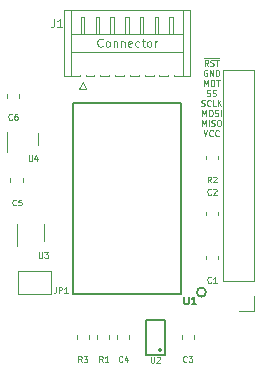
<source format=gto>
G04 #@! TF.GenerationSoftware,KiCad,Pcbnew,(5.1.5)-3*
G04 #@! TF.CreationDate,2021-07-20T23:34:01+09:00*
G04 #@! TF.ProjectId,pmw3360,706d7733-3336-4302-9e6b-696361645f70,rev?*
G04 #@! TF.SameCoordinates,PX5b136e0PY4bcb138*
G04 #@! TF.FileFunction,Legend,Top*
G04 #@! TF.FilePolarity,Positive*
%FSLAX46Y46*%
G04 Gerber Fmt 4.6, Leading zero omitted, Abs format (unit mm)*
G04 Created by KiCad (PCBNEW (5.1.5)-3) date 2021-07-20 23:34:01*
%MOMM*%
%LPD*%
G04 APERTURE LIST*
%ADD10C,0.100000*%
%ADD11C,0.150000*%
%ADD12C,0.200000*%
%ADD13C,0.120000*%
G04 APERTURE END LIST*
D10*
X17540000Y-3740000D02*
X18820000Y-3740000D01*
X17876190Y-4401190D02*
X17709523Y-4163095D01*
X17590476Y-4401190D02*
X17590476Y-3901190D01*
X17780952Y-3901190D01*
X17828571Y-3925000D01*
X17852380Y-3948809D01*
X17876190Y-3996428D01*
X17876190Y-4067857D01*
X17852380Y-4115476D01*
X17828571Y-4139285D01*
X17780952Y-4163095D01*
X17590476Y-4163095D01*
X18066666Y-4377380D02*
X18138095Y-4401190D01*
X18257142Y-4401190D01*
X18304761Y-4377380D01*
X18328571Y-4353571D01*
X18352380Y-4305952D01*
X18352380Y-4258333D01*
X18328571Y-4210714D01*
X18304761Y-4186904D01*
X18257142Y-4163095D01*
X18161904Y-4139285D01*
X18114285Y-4115476D01*
X18090476Y-4091666D01*
X18066666Y-4044047D01*
X18066666Y-3996428D01*
X18090476Y-3948809D01*
X18114285Y-3925000D01*
X18161904Y-3901190D01*
X18280952Y-3901190D01*
X18352380Y-3925000D01*
X18495238Y-3901190D02*
X18780952Y-3901190D01*
X18638095Y-4401190D02*
X18638095Y-3901190D01*
X17769047Y-4775000D02*
X17721428Y-4751190D01*
X17650000Y-4751190D01*
X17578571Y-4775000D01*
X17530952Y-4822619D01*
X17507142Y-4870238D01*
X17483333Y-4965476D01*
X17483333Y-5036904D01*
X17507142Y-5132142D01*
X17530952Y-5179761D01*
X17578571Y-5227380D01*
X17650000Y-5251190D01*
X17697619Y-5251190D01*
X17769047Y-5227380D01*
X17792857Y-5203571D01*
X17792857Y-5036904D01*
X17697619Y-5036904D01*
X18007142Y-5251190D02*
X18007142Y-4751190D01*
X18292857Y-5251190D01*
X18292857Y-4751190D01*
X18530952Y-5251190D02*
X18530952Y-4751190D01*
X18650000Y-4751190D01*
X18721428Y-4775000D01*
X18769047Y-4822619D01*
X18792857Y-4870238D01*
X18816666Y-4965476D01*
X18816666Y-5036904D01*
X18792857Y-5132142D01*
X18769047Y-5179761D01*
X18721428Y-5227380D01*
X18650000Y-5251190D01*
X18530952Y-5251190D01*
X17530952Y-6101190D02*
X17530952Y-5601190D01*
X17697619Y-5958333D01*
X17864285Y-5601190D01*
X17864285Y-6101190D01*
X18197619Y-5601190D02*
X18292857Y-5601190D01*
X18340476Y-5625000D01*
X18388095Y-5672619D01*
X18411904Y-5767857D01*
X18411904Y-5934523D01*
X18388095Y-6029761D01*
X18340476Y-6077380D01*
X18292857Y-6101190D01*
X18197619Y-6101190D01*
X18150000Y-6077380D01*
X18102380Y-6029761D01*
X18078571Y-5934523D01*
X18078571Y-5767857D01*
X18102380Y-5672619D01*
X18150000Y-5625000D01*
X18197619Y-5601190D01*
X18554761Y-5601190D02*
X18840476Y-5601190D01*
X18697619Y-6101190D02*
X18697619Y-5601190D01*
X17769047Y-6927380D02*
X17840476Y-6951190D01*
X17959523Y-6951190D01*
X18007142Y-6927380D01*
X18030952Y-6903571D01*
X18054761Y-6855952D01*
X18054761Y-6808333D01*
X18030952Y-6760714D01*
X18007142Y-6736904D01*
X17959523Y-6713095D01*
X17864285Y-6689285D01*
X17816666Y-6665476D01*
X17792857Y-6641666D01*
X17769047Y-6594047D01*
X17769047Y-6546428D01*
X17792857Y-6498809D01*
X17816666Y-6475000D01*
X17864285Y-6451190D01*
X17983333Y-6451190D01*
X18054761Y-6475000D01*
X18245238Y-6927380D02*
X18316666Y-6951190D01*
X18435714Y-6951190D01*
X18483333Y-6927380D01*
X18507142Y-6903571D01*
X18530952Y-6855952D01*
X18530952Y-6808333D01*
X18507142Y-6760714D01*
X18483333Y-6736904D01*
X18435714Y-6713095D01*
X18340476Y-6689285D01*
X18292857Y-6665476D01*
X18269047Y-6641666D01*
X18245238Y-6594047D01*
X18245238Y-6546428D01*
X18269047Y-6498809D01*
X18292857Y-6475000D01*
X18340476Y-6451190D01*
X18459523Y-6451190D01*
X18530952Y-6475000D01*
X17304761Y-7777380D02*
X17376190Y-7801190D01*
X17495238Y-7801190D01*
X17542857Y-7777380D01*
X17566666Y-7753571D01*
X17590476Y-7705952D01*
X17590476Y-7658333D01*
X17566666Y-7610714D01*
X17542857Y-7586904D01*
X17495238Y-7563095D01*
X17400000Y-7539285D01*
X17352380Y-7515476D01*
X17328571Y-7491666D01*
X17304761Y-7444047D01*
X17304761Y-7396428D01*
X17328571Y-7348809D01*
X17352380Y-7325000D01*
X17400000Y-7301190D01*
X17519047Y-7301190D01*
X17590476Y-7325000D01*
X18090476Y-7753571D02*
X18066666Y-7777380D01*
X17995238Y-7801190D01*
X17947619Y-7801190D01*
X17876190Y-7777380D01*
X17828571Y-7729761D01*
X17804761Y-7682142D01*
X17780952Y-7586904D01*
X17780952Y-7515476D01*
X17804761Y-7420238D01*
X17828571Y-7372619D01*
X17876190Y-7325000D01*
X17947619Y-7301190D01*
X17995238Y-7301190D01*
X18066666Y-7325000D01*
X18090476Y-7348809D01*
X18542857Y-7801190D02*
X18304761Y-7801190D01*
X18304761Y-7301190D01*
X18709523Y-7801190D02*
X18709523Y-7301190D01*
X18995238Y-7801190D02*
X18780952Y-7515476D01*
X18995238Y-7301190D02*
X18709523Y-7586904D01*
X17364285Y-8651190D02*
X17364285Y-8151190D01*
X17530952Y-8508333D01*
X17697619Y-8151190D01*
X17697619Y-8651190D01*
X18030952Y-8151190D02*
X18126190Y-8151190D01*
X18173809Y-8175000D01*
X18221428Y-8222619D01*
X18245238Y-8317857D01*
X18245238Y-8484523D01*
X18221428Y-8579761D01*
X18173809Y-8627380D01*
X18126190Y-8651190D01*
X18030952Y-8651190D01*
X17983333Y-8627380D01*
X17935714Y-8579761D01*
X17911904Y-8484523D01*
X17911904Y-8317857D01*
X17935714Y-8222619D01*
X17983333Y-8175000D01*
X18030952Y-8151190D01*
X18435714Y-8627380D02*
X18507142Y-8651190D01*
X18626190Y-8651190D01*
X18673809Y-8627380D01*
X18697619Y-8603571D01*
X18721428Y-8555952D01*
X18721428Y-8508333D01*
X18697619Y-8460714D01*
X18673809Y-8436904D01*
X18626190Y-8413095D01*
X18530952Y-8389285D01*
X18483333Y-8365476D01*
X18459523Y-8341666D01*
X18435714Y-8294047D01*
X18435714Y-8246428D01*
X18459523Y-8198809D01*
X18483333Y-8175000D01*
X18530952Y-8151190D01*
X18650000Y-8151190D01*
X18721428Y-8175000D01*
X18935714Y-8651190D02*
X18935714Y-8151190D01*
X17364285Y-9501190D02*
X17364285Y-9001190D01*
X17530952Y-9358333D01*
X17697619Y-9001190D01*
X17697619Y-9501190D01*
X17935714Y-9501190D02*
X17935714Y-9001190D01*
X18150000Y-9477380D02*
X18221428Y-9501190D01*
X18340476Y-9501190D01*
X18388095Y-9477380D01*
X18411904Y-9453571D01*
X18435714Y-9405952D01*
X18435714Y-9358333D01*
X18411904Y-9310714D01*
X18388095Y-9286904D01*
X18340476Y-9263095D01*
X18245238Y-9239285D01*
X18197619Y-9215476D01*
X18173809Y-9191666D01*
X18150000Y-9144047D01*
X18150000Y-9096428D01*
X18173809Y-9048809D01*
X18197619Y-9025000D01*
X18245238Y-9001190D01*
X18364285Y-9001190D01*
X18435714Y-9025000D01*
X18745238Y-9001190D02*
X18840476Y-9001190D01*
X18888095Y-9025000D01*
X18935714Y-9072619D01*
X18959523Y-9167857D01*
X18959523Y-9334523D01*
X18935714Y-9429761D01*
X18888095Y-9477380D01*
X18840476Y-9501190D01*
X18745238Y-9501190D01*
X18697619Y-9477380D01*
X18650000Y-9429761D01*
X18626190Y-9334523D01*
X18626190Y-9167857D01*
X18650000Y-9072619D01*
X18697619Y-9025000D01*
X18745238Y-9001190D01*
X17483333Y-9851190D02*
X17650000Y-10351190D01*
X17816666Y-9851190D01*
X18269047Y-10303571D02*
X18245238Y-10327380D01*
X18173809Y-10351190D01*
X18126190Y-10351190D01*
X18054761Y-10327380D01*
X18007142Y-10279761D01*
X17983333Y-10232142D01*
X17959523Y-10136904D01*
X17959523Y-10065476D01*
X17983333Y-9970238D01*
X18007142Y-9922619D01*
X18054761Y-9875000D01*
X18126190Y-9851190D01*
X18173809Y-9851190D01*
X18245238Y-9875000D01*
X18269047Y-9898809D01*
X18769047Y-10303571D02*
X18745238Y-10327380D01*
X18673809Y-10351190D01*
X18626190Y-10351190D01*
X18554761Y-10327380D01*
X18507142Y-10279761D01*
X18483333Y-10232142D01*
X18459523Y-10136904D01*
X18459523Y-10065476D01*
X18483333Y-9970238D01*
X18507142Y-9922619D01*
X18554761Y-9875000D01*
X18626190Y-9851190D01*
X18673809Y-9851190D01*
X18745238Y-9875000D01*
X18769047Y-9898809D01*
D11*
X17688644Y-23569000D02*
G75*
G03X17688644Y-23569000I-381000J0D01*
G01*
D12*
X13900000Y-28450000D02*
G75*
G03X13900000Y-28450000I-100000J0D01*
G01*
D11*
X12600000Y-28850000D02*
X12600000Y-25950000D01*
X12600000Y-25950000D02*
X14200000Y-25950000D01*
X14200000Y-25950000D02*
X14200000Y-28850000D01*
X14200000Y-28850000D02*
X12600000Y-28850000D01*
D13*
X16660001Y-27550279D02*
X16660001Y-27224721D01*
X15640001Y-27550279D02*
X15640001Y-27224721D01*
X18710000Y-12325279D02*
X18710000Y-11999721D01*
X17690000Y-12325279D02*
X17690000Y-11999721D01*
X8440000Y-27224721D02*
X8440000Y-27550279D01*
X9460000Y-27224721D02*
X9460000Y-27550279D01*
X7550000Y-6350000D02*
X7250000Y-5750000D01*
X6950000Y-6350000D02*
X7550000Y-6350000D01*
X7250000Y-5750000D02*
X6950000Y-6350000D01*
X14500000Y-5260000D02*
X14500000Y-5210000D01*
X13750000Y-5260000D02*
X14500000Y-5260000D01*
X13750000Y-5210000D02*
X13750000Y-5260000D01*
X14900000Y-287500D02*
X14900000Y-1750000D01*
X14750000Y-250000D02*
X14900000Y-287500D01*
X14600000Y-287500D02*
X14750000Y-250000D01*
X14600000Y-1750000D02*
X14600000Y-287500D01*
X13250000Y-5260000D02*
X13250000Y-5210000D01*
X12500000Y-5260000D02*
X13250000Y-5260000D01*
X12500000Y-5210000D02*
X12500000Y-5260000D01*
X13650000Y-287500D02*
X13650000Y-1750000D01*
X13500000Y-250000D02*
X13650000Y-287500D01*
X13350000Y-287500D02*
X13500000Y-250000D01*
X13350000Y-1750000D02*
X13350000Y-287500D01*
X12000000Y-5260000D02*
X12000000Y-5210000D01*
X11250000Y-5260000D02*
X12000000Y-5260000D01*
X11250000Y-5210000D02*
X11250000Y-5260000D01*
X12400000Y-287500D02*
X12400000Y-1750000D01*
X12250000Y-250000D02*
X12400000Y-287500D01*
X12100000Y-287500D02*
X12250000Y-250000D01*
X12100000Y-1750000D02*
X12100000Y-287500D01*
X10750000Y-5260000D02*
X10750000Y-5210000D01*
X10000000Y-5260000D02*
X10750000Y-5260000D01*
X10000000Y-5210000D02*
X10000000Y-5260000D01*
X11150000Y-287500D02*
X11150000Y-1750000D01*
X11000000Y-250000D02*
X11150000Y-287500D01*
X10850000Y-287500D02*
X11000000Y-250000D01*
X10850000Y-1750000D02*
X10850000Y-287500D01*
X9500000Y-5260000D02*
X9500000Y-5210000D01*
X8750000Y-5260000D02*
X9500000Y-5260000D01*
X8750000Y-5210000D02*
X8750000Y-5260000D01*
X9900000Y-287500D02*
X9900000Y-1750000D01*
X9750000Y-250000D02*
X9900000Y-287500D01*
X9600000Y-287500D02*
X9750000Y-250000D01*
X9600000Y-1750000D02*
X9600000Y-287500D01*
X8250000Y-5260000D02*
X8250000Y-5210000D01*
X7500000Y-5260000D02*
X8250000Y-5260000D01*
X7500000Y-5210000D02*
X7500000Y-5260000D01*
X8650000Y-287500D02*
X8650000Y-1750000D01*
X8500000Y-250000D02*
X8650000Y-287500D01*
X8350000Y-287500D02*
X8500000Y-250000D01*
X8350000Y-1750000D02*
X8350000Y-287500D01*
X7400000Y-287500D02*
X7400000Y-1750000D01*
X7250000Y-250000D02*
X7400000Y-287500D01*
X7100000Y-287500D02*
X7250000Y-250000D01*
X7100000Y-1750000D02*
X7100000Y-287500D01*
X15760000Y360000D02*
X15760000Y-5260000D01*
X6240000Y360000D02*
X6240000Y-5260000D01*
X6240000Y-3250000D02*
X15760000Y-3250000D01*
X6240000Y-1750000D02*
X15760000Y-1750000D01*
X15000000Y-5260000D02*
X15000000Y-5210000D01*
X16310000Y-5260000D02*
X15000000Y-5260000D01*
X16310000Y360000D02*
X16310000Y-5260000D01*
X5690000Y360000D02*
X16310000Y360000D01*
X5690000Y-5260000D02*
X5690000Y360000D01*
X7000000Y-5260000D02*
X5690000Y-5260000D01*
X7000000Y-5210000D02*
X7000000Y-5260000D01*
X1860000Y-7125279D02*
X1860000Y-6799721D01*
X840000Y-7125279D02*
X840000Y-6799721D01*
X2160000Y-14250279D02*
X2160000Y-13924721D01*
X1140000Y-14250279D02*
X1140000Y-13924721D01*
X7760000Y-27550279D02*
X7760000Y-27224721D01*
X6740000Y-27550279D02*
X6740000Y-27224721D01*
X11210000Y-27550279D02*
X11210000Y-27224721D01*
X10190000Y-27550279D02*
X10190000Y-27224721D01*
X18710000Y-17075279D02*
X18710000Y-16749721D01*
X17690000Y-17075279D02*
X17690000Y-16749721D01*
X17690000Y-20474721D02*
X17690000Y-20800279D01*
X18710000Y-20474721D02*
X18710000Y-20800279D01*
X4010000Y-19200000D02*
X4010000Y-17800000D01*
X1690000Y-17800000D02*
X1690000Y-19700000D01*
D12*
X15550000Y-23750000D02*
X15550000Y-7550000D01*
X6450000Y-23750000D02*
X15550000Y-23750000D01*
X6450000Y-7550000D02*
X6450000Y-23750000D01*
X15550000Y-7550000D02*
X6450000Y-7550000D01*
D10*
X3450000Y-10100000D02*
X3450000Y-11100000D01*
D13*
X850000Y-10000000D02*
X850000Y-11690000D01*
X4550000Y-23750000D02*
X1750000Y-23750000D01*
X1750000Y-23750000D02*
X1750000Y-21750000D01*
X1750000Y-21750000D02*
X4550000Y-21750000D01*
X4550000Y-21750000D02*
X4550000Y-23750000D01*
X21780000Y-25180000D02*
X20450000Y-25180000D01*
X21780000Y-23850000D02*
X21780000Y-25180000D01*
X21780000Y-22580000D02*
X19120000Y-22580000D01*
X19120000Y-22580000D02*
X19120000Y-4740000D01*
X21780000Y-22580000D02*
X21780000Y-4740000D01*
X21780000Y-4740000D02*
X19120000Y-4740000D01*
D10*
X13019047Y-29026190D02*
X13019047Y-29430952D01*
X13042857Y-29478571D01*
X13066666Y-29502380D01*
X13114285Y-29526190D01*
X13209523Y-29526190D01*
X13257142Y-29502380D01*
X13280952Y-29478571D01*
X13304761Y-29430952D01*
X13304761Y-29026190D01*
X13519047Y-29073809D02*
X13542857Y-29050000D01*
X13590476Y-29026190D01*
X13709523Y-29026190D01*
X13757142Y-29050000D01*
X13780952Y-29073809D01*
X13804761Y-29121428D01*
X13804761Y-29169047D01*
X13780952Y-29240476D01*
X13495238Y-29526190D01*
X13804761Y-29526190D01*
X16066666Y-29428571D02*
X16042857Y-29452380D01*
X15971428Y-29476190D01*
X15923809Y-29476190D01*
X15852380Y-29452380D01*
X15804761Y-29404761D01*
X15780952Y-29357142D01*
X15757142Y-29261904D01*
X15757142Y-29190476D01*
X15780952Y-29095238D01*
X15804761Y-29047619D01*
X15852380Y-29000000D01*
X15923809Y-28976190D01*
X15971428Y-28976190D01*
X16042857Y-29000000D01*
X16066666Y-29023809D01*
X16233333Y-28976190D02*
X16542857Y-28976190D01*
X16376190Y-29166666D01*
X16447619Y-29166666D01*
X16495238Y-29190476D01*
X16519047Y-29214285D01*
X16542857Y-29261904D01*
X16542857Y-29380952D01*
X16519047Y-29428571D01*
X16495238Y-29452380D01*
X16447619Y-29476190D01*
X16304761Y-29476190D01*
X16257142Y-29452380D01*
X16233333Y-29428571D01*
X18116666Y-14276190D02*
X17950000Y-14038095D01*
X17830952Y-14276190D02*
X17830952Y-13776190D01*
X18021428Y-13776190D01*
X18069047Y-13800000D01*
X18092857Y-13823809D01*
X18116666Y-13871428D01*
X18116666Y-13942857D01*
X18092857Y-13990476D01*
X18069047Y-14014285D01*
X18021428Y-14038095D01*
X17830952Y-14038095D01*
X18307142Y-13823809D02*
X18330952Y-13800000D01*
X18378571Y-13776190D01*
X18497619Y-13776190D01*
X18545238Y-13800000D01*
X18569047Y-13823809D01*
X18592857Y-13871428D01*
X18592857Y-13919047D01*
X18569047Y-13990476D01*
X18283333Y-14276190D01*
X18592857Y-14276190D01*
X8941666Y-29476190D02*
X8775000Y-29238095D01*
X8655952Y-29476190D02*
X8655952Y-28976190D01*
X8846428Y-28976190D01*
X8894047Y-29000000D01*
X8917857Y-29023809D01*
X8941666Y-29071428D01*
X8941666Y-29142857D01*
X8917857Y-29190476D01*
X8894047Y-29214285D01*
X8846428Y-29238095D01*
X8655952Y-29238095D01*
X9417857Y-29476190D02*
X9132142Y-29476190D01*
X9275000Y-29476190D02*
X9275000Y-28976190D01*
X9227380Y-29047619D01*
X9179761Y-29095238D01*
X9132142Y-29119047D01*
X4816666Y-416666D02*
X4816666Y-916666D01*
X4783333Y-1016666D01*
X4716666Y-1083333D01*
X4616666Y-1116666D01*
X4550000Y-1116666D01*
X5516666Y-1116666D02*
X5116666Y-1116666D01*
X5316666Y-1116666D02*
X5316666Y-416666D01*
X5250000Y-516666D01*
X5183333Y-583333D01*
X5116666Y-616666D01*
X8933333Y-2724355D02*
X8900000Y-2757688D01*
X8800000Y-2791021D01*
X8733333Y-2791021D01*
X8633333Y-2757688D01*
X8566666Y-2691021D01*
X8533333Y-2624355D01*
X8500000Y-2491021D01*
X8500000Y-2391021D01*
X8533333Y-2257688D01*
X8566666Y-2191021D01*
X8633333Y-2124355D01*
X8733333Y-2091021D01*
X8800000Y-2091021D01*
X8900000Y-2124355D01*
X8933333Y-2157688D01*
X9333333Y-2791021D02*
X9266666Y-2757688D01*
X9233333Y-2724355D01*
X9200000Y-2657688D01*
X9200000Y-2457688D01*
X9233333Y-2391021D01*
X9266666Y-2357688D01*
X9333333Y-2324355D01*
X9433333Y-2324355D01*
X9500000Y-2357688D01*
X9533333Y-2391021D01*
X9566666Y-2457688D01*
X9566666Y-2657688D01*
X9533333Y-2724355D01*
X9500000Y-2757688D01*
X9433333Y-2791021D01*
X9333333Y-2791021D01*
X9866666Y-2324355D02*
X9866666Y-2791021D01*
X9866666Y-2391021D02*
X9900000Y-2357688D01*
X9966666Y-2324355D01*
X10066666Y-2324355D01*
X10133333Y-2357688D01*
X10166666Y-2424355D01*
X10166666Y-2791021D01*
X10500000Y-2324355D02*
X10500000Y-2791021D01*
X10500000Y-2391021D02*
X10533333Y-2357688D01*
X10600000Y-2324355D01*
X10700000Y-2324355D01*
X10766666Y-2357688D01*
X10800000Y-2424355D01*
X10800000Y-2791021D01*
X11400000Y-2757688D02*
X11333333Y-2791021D01*
X11200000Y-2791021D01*
X11133333Y-2757688D01*
X11100000Y-2691021D01*
X11100000Y-2424355D01*
X11133333Y-2357688D01*
X11200000Y-2324355D01*
X11333333Y-2324355D01*
X11400000Y-2357688D01*
X11433333Y-2424355D01*
X11433333Y-2491021D01*
X11100000Y-2557688D01*
X12033333Y-2757688D02*
X11966666Y-2791021D01*
X11833333Y-2791021D01*
X11766666Y-2757688D01*
X11733333Y-2724355D01*
X11700000Y-2657688D01*
X11700000Y-2457688D01*
X11733333Y-2391021D01*
X11766666Y-2357688D01*
X11833333Y-2324355D01*
X11966666Y-2324355D01*
X12033333Y-2357688D01*
X12233333Y-2324355D02*
X12500000Y-2324355D01*
X12333333Y-2091021D02*
X12333333Y-2691021D01*
X12366666Y-2757688D01*
X12433333Y-2791021D01*
X12500000Y-2791021D01*
X12833333Y-2791021D02*
X12766666Y-2757688D01*
X12733333Y-2724355D01*
X12700000Y-2657688D01*
X12700000Y-2457688D01*
X12733333Y-2391021D01*
X12766666Y-2357688D01*
X12833333Y-2324355D01*
X12933333Y-2324355D01*
X13000000Y-2357688D01*
X13033333Y-2391021D01*
X13066666Y-2457688D01*
X13066666Y-2657688D01*
X13033333Y-2724355D01*
X13000000Y-2757688D01*
X12933333Y-2791021D01*
X12833333Y-2791021D01*
X13366666Y-2791021D02*
X13366666Y-2324355D01*
X13366666Y-2457688D02*
X13400000Y-2391021D01*
X13433333Y-2357688D01*
X13500000Y-2324355D01*
X13566666Y-2324355D01*
X1266666Y-8928571D02*
X1242857Y-8952380D01*
X1171428Y-8976190D01*
X1123809Y-8976190D01*
X1052380Y-8952380D01*
X1004761Y-8904761D01*
X980952Y-8857142D01*
X957142Y-8761904D01*
X957142Y-8690476D01*
X980952Y-8595238D01*
X1004761Y-8547619D01*
X1052380Y-8500000D01*
X1123809Y-8476190D01*
X1171428Y-8476190D01*
X1242857Y-8500000D01*
X1266666Y-8523809D01*
X1695238Y-8476190D02*
X1600000Y-8476190D01*
X1552380Y-8500000D01*
X1528571Y-8523809D01*
X1480952Y-8595238D01*
X1457142Y-8690476D01*
X1457142Y-8880952D01*
X1480952Y-8928571D01*
X1504761Y-8952380D01*
X1552380Y-8976190D01*
X1647619Y-8976190D01*
X1695238Y-8952380D01*
X1719047Y-8928571D01*
X1742857Y-8880952D01*
X1742857Y-8761904D01*
X1719047Y-8714285D01*
X1695238Y-8690476D01*
X1647619Y-8666666D01*
X1552380Y-8666666D01*
X1504761Y-8690476D01*
X1480952Y-8714285D01*
X1457142Y-8761904D01*
X1616666Y-16178571D02*
X1592857Y-16202380D01*
X1521428Y-16226190D01*
X1473809Y-16226190D01*
X1402380Y-16202380D01*
X1354761Y-16154761D01*
X1330952Y-16107142D01*
X1307142Y-16011904D01*
X1307142Y-15940476D01*
X1330952Y-15845238D01*
X1354761Y-15797619D01*
X1402380Y-15750000D01*
X1473809Y-15726190D01*
X1521428Y-15726190D01*
X1592857Y-15750000D01*
X1616666Y-15773809D01*
X2069047Y-15726190D02*
X1830952Y-15726190D01*
X1807142Y-15964285D01*
X1830952Y-15940476D01*
X1878571Y-15916666D01*
X1997619Y-15916666D01*
X2045238Y-15940476D01*
X2069047Y-15964285D01*
X2092857Y-16011904D01*
X2092857Y-16130952D01*
X2069047Y-16178571D01*
X2045238Y-16202380D01*
X1997619Y-16226190D01*
X1878571Y-16226190D01*
X1830952Y-16202380D01*
X1807142Y-16178571D01*
X7166666Y-29501190D02*
X7000000Y-29263095D01*
X6880952Y-29501190D02*
X6880952Y-29001190D01*
X7071428Y-29001190D01*
X7119047Y-29025000D01*
X7142857Y-29048809D01*
X7166666Y-29096428D01*
X7166666Y-29167857D01*
X7142857Y-29215476D01*
X7119047Y-29239285D01*
X7071428Y-29263095D01*
X6880952Y-29263095D01*
X7333333Y-29001190D02*
X7642857Y-29001190D01*
X7476190Y-29191666D01*
X7547619Y-29191666D01*
X7595238Y-29215476D01*
X7619047Y-29239285D01*
X7642857Y-29286904D01*
X7642857Y-29405952D01*
X7619047Y-29453571D01*
X7595238Y-29477380D01*
X7547619Y-29501190D01*
X7404761Y-29501190D01*
X7357142Y-29477380D01*
X7333333Y-29453571D01*
X10616666Y-29428571D02*
X10592857Y-29452380D01*
X10521428Y-29476190D01*
X10473809Y-29476190D01*
X10402380Y-29452380D01*
X10354761Y-29404761D01*
X10330952Y-29357142D01*
X10307142Y-29261904D01*
X10307142Y-29190476D01*
X10330952Y-29095238D01*
X10354761Y-29047619D01*
X10402380Y-29000000D01*
X10473809Y-28976190D01*
X10521428Y-28976190D01*
X10592857Y-29000000D01*
X10616666Y-29023809D01*
X11045238Y-29142857D02*
X11045238Y-29476190D01*
X10926190Y-28952380D02*
X10807142Y-29309523D01*
X11116666Y-29309523D01*
X18116666Y-15278571D02*
X18092857Y-15302380D01*
X18021428Y-15326190D01*
X17973809Y-15326190D01*
X17902380Y-15302380D01*
X17854761Y-15254761D01*
X17830952Y-15207142D01*
X17807142Y-15111904D01*
X17807142Y-15040476D01*
X17830952Y-14945238D01*
X17854761Y-14897619D01*
X17902380Y-14850000D01*
X17973809Y-14826190D01*
X18021428Y-14826190D01*
X18092857Y-14850000D01*
X18116666Y-14873809D01*
X18307142Y-14873809D02*
X18330952Y-14850000D01*
X18378571Y-14826190D01*
X18497619Y-14826190D01*
X18545238Y-14850000D01*
X18569047Y-14873809D01*
X18592857Y-14921428D01*
X18592857Y-14969047D01*
X18569047Y-15040476D01*
X18283333Y-15326190D01*
X18592857Y-15326190D01*
X18116666Y-22728571D02*
X18092857Y-22752380D01*
X18021428Y-22776190D01*
X17973809Y-22776190D01*
X17902380Y-22752380D01*
X17854761Y-22704761D01*
X17830952Y-22657142D01*
X17807142Y-22561904D01*
X17807142Y-22490476D01*
X17830952Y-22395238D01*
X17854761Y-22347619D01*
X17902380Y-22300000D01*
X17973809Y-22276190D01*
X18021428Y-22276190D01*
X18092857Y-22300000D01*
X18116666Y-22323809D01*
X18592857Y-22776190D02*
X18307142Y-22776190D01*
X18450000Y-22776190D02*
X18450000Y-22276190D01*
X18402380Y-22347619D01*
X18354761Y-22395238D01*
X18307142Y-22419047D01*
X3544047Y-20176190D02*
X3544047Y-20580952D01*
X3567857Y-20628571D01*
X3591666Y-20652380D01*
X3639285Y-20676190D01*
X3734523Y-20676190D01*
X3782142Y-20652380D01*
X3805952Y-20628571D01*
X3829761Y-20580952D01*
X3829761Y-20176190D01*
X4020238Y-20176190D02*
X4329761Y-20176190D01*
X4163095Y-20366666D01*
X4234523Y-20366666D01*
X4282142Y-20390476D01*
X4305952Y-20414285D01*
X4329761Y-20461904D01*
X4329761Y-20580952D01*
X4305952Y-20628571D01*
X4282142Y-20652380D01*
X4234523Y-20676190D01*
X4091666Y-20676190D01*
X4044047Y-20652380D01*
X4020238Y-20628571D01*
D11*
X15862380Y-23949523D02*
X15862380Y-24467619D01*
X15892857Y-24528571D01*
X15923333Y-24559047D01*
X15984285Y-24589523D01*
X16106190Y-24589523D01*
X16167142Y-24559047D01*
X16197619Y-24528571D01*
X16228095Y-24467619D01*
X16228095Y-23949523D01*
X16868095Y-24589523D02*
X16502380Y-24589523D01*
X16685238Y-24589523D02*
X16685238Y-23949523D01*
X16624285Y-24040952D01*
X16563333Y-24101904D01*
X16502380Y-24132380D01*
D10*
X2669047Y-11976190D02*
X2669047Y-12380952D01*
X2692857Y-12428571D01*
X2716666Y-12452380D01*
X2764285Y-12476190D01*
X2859523Y-12476190D01*
X2907142Y-12452380D01*
X2930952Y-12428571D01*
X2954761Y-12380952D01*
X2954761Y-11976190D01*
X3407142Y-12142857D02*
X3407142Y-12476190D01*
X3288095Y-11952380D02*
X3169047Y-12309523D01*
X3478571Y-12309523D01*
X4983333Y-23126190D02*
X4983333Y-23483333D01*
X4959523Y-23554761D01*
X4911904Y-23602380D01*
X4840476Y-23626190D01*
X4792857Y-23626190D01*
X5221428Y-23626190D02*
X5221428Y-23126190D01*
X5411904Y-23126190D01*
X5459523Y-23150000D01*
X5483333Y-23173809D01*
X5507142Y-23221428D01*
X5507142Y-23292857D01*
X5483333Y-23340476D01*
X5459523Y-23364285D01*
X5411904Y-23388095D01*
X5221428Y-23388095D01*
X5983333Y-23626190D02*
X5697619Y-23626190D01*
X5840476Y-23626190D02*
X5840476Y-23126190D01*
X5792857Y-23197619D01*
X5745238Y-23245238D01*
X5697619Y-23269047D01*
M02*

</source>
